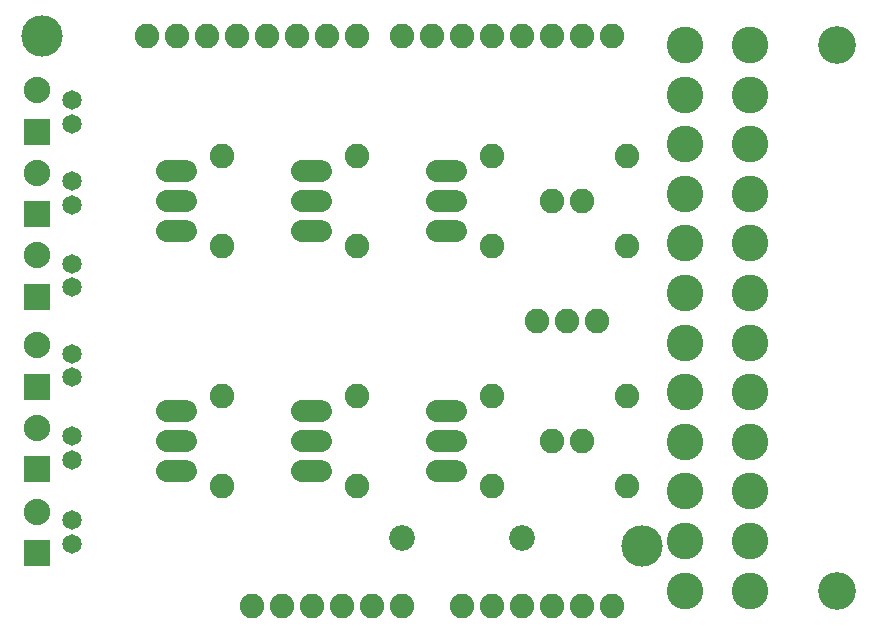
<source format=gbr>
G04 EAGLE Gerber RS-274X export*
G75*
%MOMM*%
%FSLAX34Y34*%
%LPD*%
%INSoldermask Bottom*%
%IPPOS*%
%AMOC8*
5,1,8,0,0,1.08239X$1,22.5*%
G01*
%ADD10C,3.103200*%
%ADD11C,3.203200*%
%ADD12C,2.082800*%
%ADD13C,3.505200*%
%ADD14C,1.828800*%
%ADD15C,1.651000*%
%ADD16R,2.235200X2.235200*%
%ADD17C,2.235200*%
%ADD18C,2.184400*%


D10*
X663600Y500100D03*
X663600Y458100D03*
X663600Y416100D03*
X663600Y374100D03*
X663600Y332100D03*
X663600Y290100D03*
X663600Y248100D03*
X663600Y206100D03*
X663600Y164100D03*
X663600Y122100D03*
X663600Y80100D03*
X663600Y38100D03*
X608600Y500100D03*
X608600Y458100D03*
X608600Y416100D03*
X608600Y374100D03*
X608600Y332100D03*
X608600Y290100D03*
X608600Y248100D03*
X608600Y206100D03*
X608600Y164100D03*
X608600Y122100D03*
X608600Y80100D03*
X608600Y38100D03*
D11*
X736600Y38100D03*
X736600Y500100D03*
D12*
X241300Y25400D03*
X266700Y25400D03*
X292100Y25400D03*
X317500Y25400D03*
X342900Y25400D03*
X368300Y25400D03*
X419100Y25400D03*
X444500Y25400D03*
X469900Y25400D03*
X495300Y25400D03*
X520700Y25400D03*
X546100Y25400D03*
X546100Y508000D03*
X520700Y508000D03*
X495300Y508000D03*
X469900Y508000D03*
X444500Y508000D03*
X419100Y508000D03*
X393700Y508000D03*
X368300Y508000D03*
X330200Y508000D03*
X304800Y508000D03*
X279400Y508000D03*
X254000Y508000D03*
X228600Y508000D03*
X203200Y508000D03*
X177800Y508000D03*
X152400Y508000D03*
D13*
X571500Y76200D03*
X63500Y508000D03*
D14*
X169672Y342900D02*
X185928Y342900D01*
X185928Y368300D02*
X169672Y368300D01*
X169672Y393700D02*
X185928Y393700D01*
X283972Y342900D02*
X300228Y342900D01*
X300228Y368300D02*
X283972Y368300D01*
X283972Y393700D02*
X300228Y393700D01*
X398272Y342900D02*
X414528Y342900D01*
X414528Y368300D02*
X398272Y368300D01*
X398272Y393700D02*
X414528Y393700D01*
D12*
X215900Y406400D03*
X215900Y330200D03*
X330200Y406400D03*
X330200Y330200D03*
X444500Y406400D03*
X444500Y330200D03*
D14*
X185928Y139700D02*
X169672Y139700D01*
X169672Y165100D02*
X185928Y165100D01*
X185928Y190500D02*
X169672Y190500D01*
D12*
X215900Y203200D03*
X215900Y127000D03*
D14*
X283972Y139700D02*
X300228Y139700D01*
X300228Y165100D02*
X283972Y165100D01*
X283972Y190500D02*
X300228Y190500D01*
D12*
X330200Y203200D03*
X330200Y127000D03*
D14*
X398272Y139700D02*
X414528Y139700D01*
X414528Y165100D02*
X398272Y165100D01*
X398272Y190500D02*
X414528Y190500D01*
D12*
X444500Y203200D03*
X444500Y127000D03*
X495300Y368300D03*
X520700Y368300D03*
X558800Y330200D03*
X558800Y406400D03*
D15*
X88900Y433230D03*
X88900Y453230D03*
X88900Y364650D03*
X88900Y384650D03*
X88900Y294800D03*
X88900Y314800D03*
X88900Y218600D03*
X88900Y238600D03*
X88900Y148750D03*
X88900Y168750D03*
X88900Y77630D03*
X88900Y97630D03*
D12*
X495300Y165100D03*
X520700Y165100D03*
X558800Y203200D03*
X558800Y127000D03*
D16*
X59690Y426720D03*
D17*
X59690Y461720D03*
D16*
X59690Y356870D03*
D17*
X59690Y391870D03*
D16*
X59690Y287020D03*
D17*
X59690Y322020D03*
D16*
X59690Y210820D03*
D17*
X59690Y245820D03*
D16*
X59690Y140970D03*
D17*
X59690Y175970D03*
D16*
X59690Y69850D03*
D17*
X59690Y104850D03*
D12*
X533400Y266700D03*
X508000Y266700D03*
X482600Y266700D03*
D18*
X469900Y82550D03*
X368300Y82550D03*
M02*

</source>
